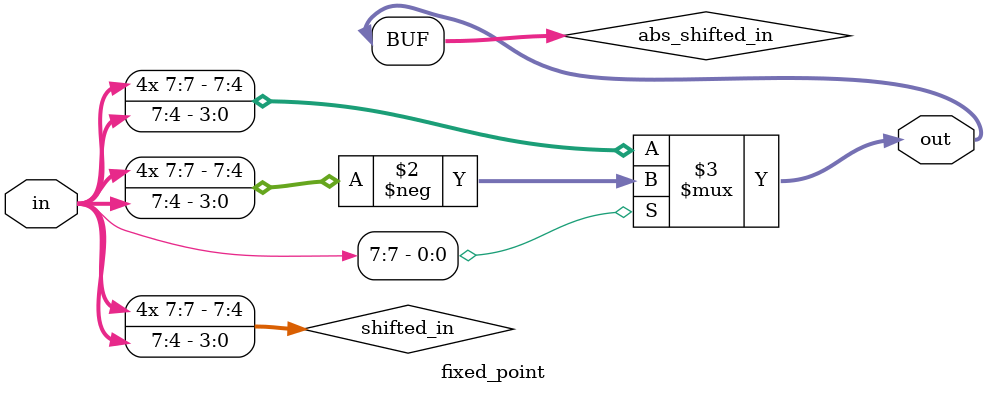
<source format=sv>
module fixed_point #(parameter Q=4, DW=8) (
    input  signed [DW-1:0] in,
    output signed [DW-1:0] out
);
    wire signed [DW-1:0] shifted_in;
    wire signed [DW-1:0] abs_shifted_in;

    // Efficient arithmetic right shift
    assign shifted_in = in >>> Q;

    // Use conditional negation based on input sign for optimized hardware implementation
    assign abs_shifted_in = (in[DW-1]) ? -shifted_in : shifted_in;

    assign out = abs_shifted_in;

endmodule
</source>
